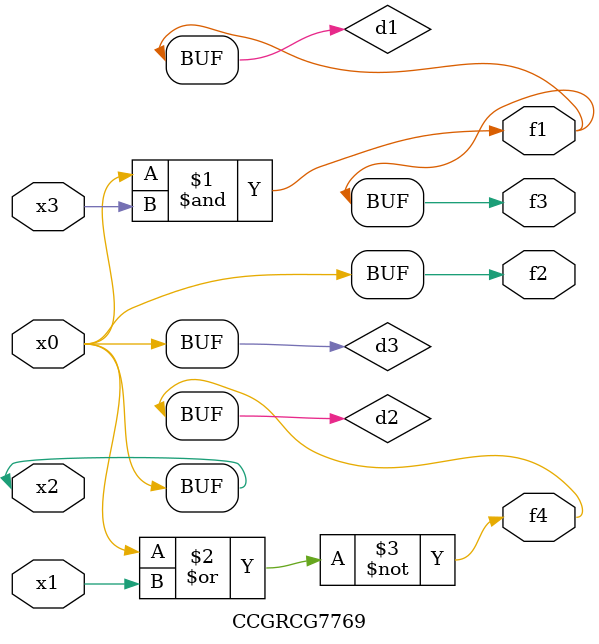
<source format=v>
module CCGRCG7769(
	input x0, x1, x2, x3,
	output f1, f2, f3, f4
);

	wire d1, d2, d3;

	and (d1, x2, x3);
	nor (d2, x0, x1);
	buf (d3, x0, x2);
	assign f1 = d1;
	assign f2 = d3;
	assign f3 = d1;
	assign f4 = d2;
endmodule

</source>
